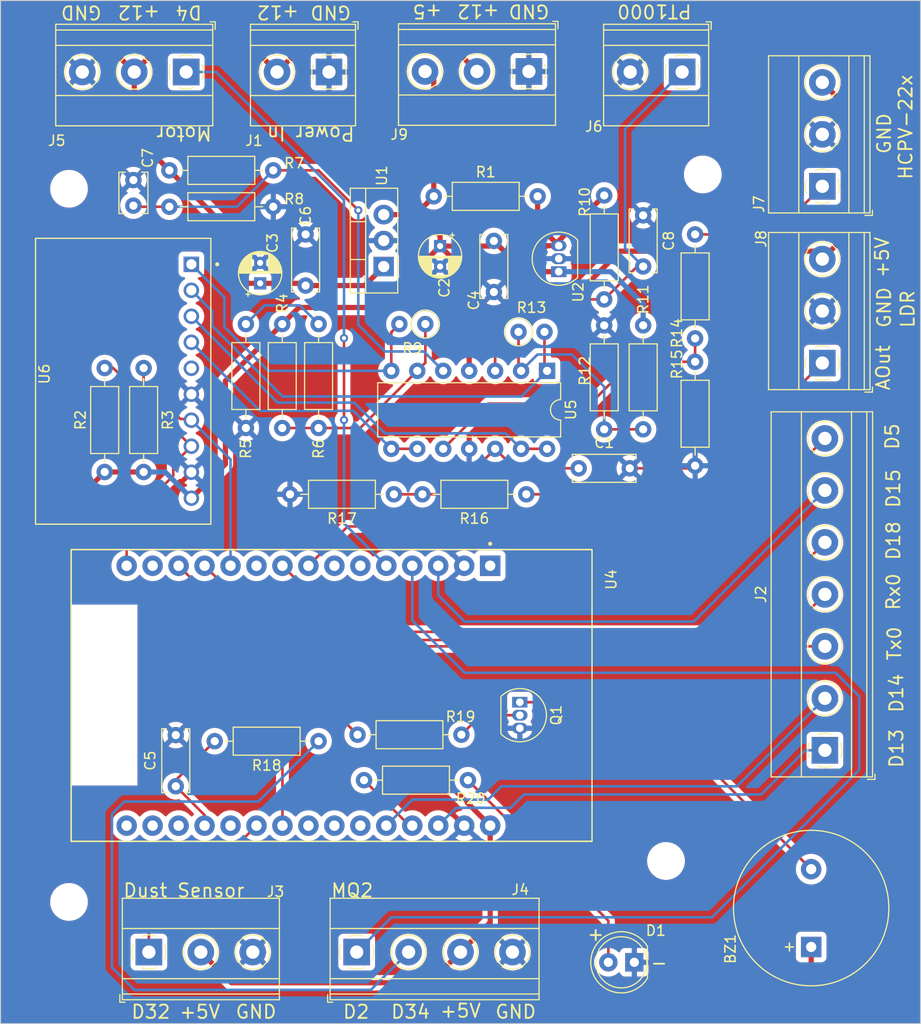
<source format=kicad_pcb>
(kicad_pcb (version 20221018) (generator pcbnew)
  (layers (0 "F.Cu" signal) (31 "B.Cu" signal) (34 "B.Paste" user) (35 "F.Paste" user) (36 "B.SilkS" user "B.Silkscreen") (37 "F.SilkS" user "F.Silkscreen") (38 "B.Mask" user) (39 "F.Mask" user) (44 "Edge.Cuts" user))
  (net 0 "")
  (net 1 "+5V")
  (net 2 "GND")
  (net 3 "+12V")
  (net 4 "D34")
  (net 5 "TX0")
  (net 6 "RX0")
  (net 7 "D18")
  (net 8 "D15")
  (net 9 "D14")
  (net 10 "D13")
  (net 11 "D5")
  (net 12 "D32")
  (net 13 "D2")
  (net 14 "Net-(J4-Pin_2)")
  (net 15 "D4")
  (net 16 "Net-(J7-Pin_1)")
  (net 17 "+2V5")
  (net 18 "SCL")
  (net 19 "SDA")
  (net 20 "Net-(U5A--)")
  (net 21 "Net-(R5-Pad2)")
  (net 22 "Battery_level")
  (net 23 "Net-(U5B--)")
  (net 24 "PT1000")
  (net 25 "Net-(U5C-+)")
  (net 26 "Net-(U5D-+)")
  (net 32 "Net-(BZ1-+)")
  (net 36 "Net-(D1-A)")
  (net 41 "HCPV")
  (net 42 "LDR")
  (net 44 "Net-(U5B-+)")
  (net 45 "Net-(J6-Pin_1)")
  (net 46 "Net-(J8-Pin_1)")
  (net 47 "Net-(Q1-B)")
  (net 48 "D33")
  (net 49 "D12")
  (footprint "Resistor_THT:R_Axial_DIN0207_L6.3mm_D2.5mm_P10.16mm_Horizontal" (layer "F.Cu") (at 28.585 28.665)
    (fp_text reference "R7")
    (fp_text value "240k")
  )
  (footprint "TerminalBlock_Phoenix:TerminalBlock_Phoenix_MKDS-1,5-3-5.08_1x03_P5.08mm_Horizontal" (layer "F.Cu") (at 92.456 47.498 90)
    (fp_text reference "J8")
    (fp_text value "LDR")
  )
  (footprint "Package_TO_SOT_THT:TO-220-3_Vertical" (layer "F.Cu") (at 49.551 38.07 90)
    (fp_text reference "U1")
    (fp_text value "LM7805_TO220")
  )
  (footprint "Resistor_THT:R_Axial_DIN0207_L6.3mm_D2.5mm_P10.16mm_Horizontal" (layer "F.Cu") (at 80.01 47.371 -90)
    (fp_text reference "R15")
    (fp_text value "1.5k")
  )
  (footprint "Capacitor_THT:CP_Radial_D4.0mm_P2.00mm" (layer "F.Cu") (at 37.465 39.7076 90)
    (fp_text reference "C3")
    (fp_text value "10uF")
  )
  (footprint "Resistor_THT:R_Axial_DIN0207_L6.3mm_D2.5mm_P10.16mm_Horizontal" (layer "F.Cu") (at 39.624 43.688 -90)
    (fp_text reference "R4")
    (fp_text value "120k")
  )
  (footprint "Resistor_THT:R_Axial_DIN0207_L6.3mm_D2.5mm_P10.16mm_Horizontal" (layer "F.Cu") (at 47.625 88.265)
    (fp_text reference "R20")
    (fp_text value "330")
  )
  (footprint "TerminalBlock_Phoenix:TerminalBlock_Phoenix_MKDS-1,5-4-5.08_1x04_P5.08mm_Horizontal" (layer "F.Cu") (at 46.905 105.065)
    (fp_text reference "J4")
    (fp_text value "Screw_Terminal_01x04")
  )
  (footprint "TerminalBlock_Phoenix:TerminalBlock_Phoenix_MKDS-1,5-3-5.08_1x03_P5.08mm_Horizontal" (layer "F.Cu") (at 63.754 18.999 180)
    (fp_text reference "J9")
    (fp_text value "Screw_Terminal_01x03")
  )
  (footprint "Resistor_THT:R_Axial_DIN0207_L6.3mm_D2.5mm_P10.16mm_Horizontal" (layer "F.Cu") (at 50.546 60.325 180)
    (fp_text reference "R17")
    (fp_text value "18k")
  )
  (footprint "Resistor_THT:R_Axial_DIN0207_L6.3mm_D2.5mm_P10.16mm_Horizontal" (layer "F.Cu") (at 63.5 60.325 180)
    (fp_text reference "R16")
    (fp_text value "27k")
  )
  (footprint "Resistor_THT:R_Axial_DIN0207_L6.3mm_D2.5mm_P10.16mm_Horizontal" (layer "F.Cu") (at 43.18 84.455 180)
    (fp_text reference "R18")
    (fp_text value "1k")
  )
  (footprint "Resistor_THT:R_Axial_DIN0207_L6.3mm_D2.5mm_P2.54mm_Vertical" (layer "F.Cu") (at 62.738 44.45)
    (fp_text reference "R13")
    (fp_text value "68k")
  )
  (footprint "Resistor_THT:R_Axial_DIN0207_L6.3mm_D2.5mm_P10.16mm_Horizontal" (layer "F.Cu") (at 22.255 58.145 90)
    (fp_text reference "R2")
    (fp_text value "4.7k")
  )
  (footprint "Resistor_THT:R_Axial_DIN0207_L6.3mm_D2.5mm_P10.16mm_Horizontal" (layer "F.Cu") (at 43.18 43.688 -90)
    (fp_text reference "R6")
    (fp_text value "100")
  )
  (footprint "Resistor_THT:R_Axial_DIN0207_L6.3mm_D2.5mm_P10.16mm_Horizontal" (layer "F.Cu") (at 71.12 31.115 -90)
    (fp_text reference "R10")
    (fp_text value "47k")
  )
  (footprint "Resistor_THT:R_Axial_DIN0207_L6.3mm_D2.5mm_P10.16mm_Horizontal" (layer "F.Cu") (at 26.065 47.985 -90)
    (fp_text reference "R3")
    (fp_text value "4.7k")
  )
  (footprint "TerminalBlock_Phoenix:TerminalBlock_Phoenix_MKDS-1,5-3-5.08_1x03_P5.08mm_Horizontal" (layer "F.Cu") (at 26.58 105.065)
    (fp_text reference "J3")
    (fp_text value "Screw_Terminal_01x03")
  )
  (footprint "MountingHole:MountingHole_3.2mm_M3" (layer "F.Cu") (at 80.765 29.065)
    (fp_text reference "H1" hide)
    (fp_text value "MountingHole")
  )
  (footprint "LED_THT:LED_D5.0mm" (layer "F.Cu") (at 74.065 106.065 180)
    (fp_text reference "D1")
    (fp_text value "LED")
  )
  (footprint "Capacitor_THT:CP_Radial_D4.0mm_P2.00mm" (layer "F.Cu") (at 55.065 36.065 -90)
    (fp_text reference "C2")
    (fp_text value "10uF")
  )
  (footprint "Capacitor_THT:C_Disc_D6.0mm_W2.5mm_P5.00mm" (layer "F.Cu") (at 60.325 35.56 -90)
    (fp_text reference "C4")
    (fp_text value "0.1uF")
  )
  (footprint "Package_TO_SOT_THT:TO-92_Inline" (layer "F.Cu") (at 66.675 38.568 90)
    (fp_text reference "U2")
    (fp_text value "TL431LP")
  )
  (footprint "TerminalBlock_Phoenix:TerminalBlock_Phoenix_MKDS-1,5-3-5.08_1x03_P5.08mm_Horizontal" (layer "F.Cu") (at 30.226 19.05 180)
    (fp_text reference "J5")
    (fp_text value "Actuator")
  )
  (footprint "ADS1115:ADS1115_module" (layer "F.Cu") (at 24.0665 49.276 90)
    (fp_text reference "U6")
    (fp_text value "1085")
  )
  (footprint "Capacitor_THT:C_Disc_D3.8mm_W2.6mm_P2.50mm" (layer "F.Cu") (at 25.065 32.115 90)
    (fp_text reference "C7")
    (fp_text value "10nF")
  )
  (footprint "MountingHole:MountingHole_3.2mm_M3" (layer "F.Cu") (at 18.765 100.165)
    (fp_text reference "H4" hide)
    (fp_text value "MountingHole")
  )
  (footprint "TerminalBlock_Phoenix:TerminalBlock_Phoenix_MKDS-1,5-7-5.08_1x07_P5.08mm_Horizontal" (layer "F.Cu") (at 92.71 85.344 90)
    (fp_text reference "J2")
    (fp_text value "Screw_Terminal_01x07")
  )
  (footprint "Package_TO_SOT_THT:TO-92_Inline" (layer "F.Cu") (at 62.865 80.645 -90)
    (fp_text reference "Q1")
    (fp_text value "BC547")
  )
  (footprint "Capacitor_THT:C_Disc_D6.0mm_W2.5mm_P5.00mm" (layer "F.Cu") (at 29.21 88.86 90)
    (fp_text reference "C5")
    (fp_text value "0.1uF")
  )
  (footprint "Resistor_THT:R_Axial_DIN0207_L6.3mm_D2.5mm_P10.16mm_Horizontal" (layer "F.Cu") (at 28.585 32.221)
    (fp_text reference "R8")
    (fp_text value "1k")
  )
  (footprint "TerminalBlock_Phoenix:TerminalBlock_Phoenix_MKDS-1,5-2-5.08_1x02_P5.08mm_Horizontal" (layer "F.Cu") (at 44.196 19.05 180)
    (fp_text reference "J1")
    (fp_text value "Power In")
  )
  (footprint "Resistor_THT:R_Axial_DIN0207_L6.3mm_D2.5mm_P10.16mm_Horizontal" (layer "F.Cu") (at 74.93 43.815 -90)
    (fp_text reference "R11")
    (fp_text value "68k")
  )
  (footprint "MountingHole:MountingHole_3.2mm_M3" (layer "F.Cu") (at 77.165 96.165)
    (fp_text reference "H2" hide)
    (fp_text value "MountingHole")
  )
  (footprint "TerminalBlock_Phoenix:TerminalBlock_Phoenix_MKDS-1,5-3-5.08_1x03_P5.08mm_Horizontal" (layer "F.Cu") (at 92.456 30.226 90)
    (fp_text reference "J7")
    (fp_text value "HCPV 22x")
  )
  (footprint "Capacitor_THT:C_Disc_D6.0mm_W2.5mm_P5.00mm" (layer "F.Cu") (at 74.93 33.06 -90)
    (fp_text reference "C8")
    (fp_text value "0.1uF")
  )
  (footprint "TerminalBlock_Phoenix:TerminalBlock_Phoenix_MKDS-1,5-2-5.08_1x02_P5.08mm_Horizontal" (layer "F.Cu") (at 78.74 19.05 180)
    (fp_text reference "J6")
    (fp_text value "PT1000")
  )
  (footprint "Resistor_THT:R_Axial_DIN0207_L6.3mm_D2.5mm_P2.54mm_Vertical" (layer "F.Cu") (at 53.623 43.688 180)
    (fp_text reference "R9")
    (fp_text value "270k")
  )
  (footprint "Resistor_THT:R_Axial_DIN0207_L6.3mm_D2.5mm_P10.16mm_Horizontal" (layer "F.Cu") (at 36.068 53.848 90)
    (fp_text reference "R5")
    (fp_text value "1k")
  )
  (footprint "ESP32:MODULE_ESP32_DEVKIT_V1" (layer "F.Cu") (at 44.45 80.01 -90)
    (fp_text reference "U4")
    (fp_text value "ESP32-DEVKIT-V1")
  )
  (footprint "Resistor_THT:R_Axial_DIN0207_L6.3mm_D2.5mm_P10.16mm_Horizontal" (layer "F.Cu") (at 71.12 43.815 -90)
    (fp_text reference "R12")
    (fp_text value "1.2k")
  )
  (footprint "Resistor_THT:R_Axial_DIN0207_L6.3mm_D2.5mm_P10.16mm_Horizontal" (layer "F.Cu") (at 54.448 31.202)
    (fp_text reference "R1")
    (fp_text value "1.2k")
  )
  (footprint "Resistor_THT:R_Axial_DIN0207_L6.3mm_D2.5mm_P10.16mm_Horizontal" (layer "F.Cu") (at 57.15 83.82 180)
    (fp_text reference "R19")
    (fp_text value "1.2k")
  )
  (footprint "Capacitor_THT:C_Disc_D6.0mm_W2.5mm_P5.00mm" (layer "F.Cu") (at 41.91 39.925 90)
    (fp_text reference "C6")
    (fp_text value "0.1uF")
  )
  (footprint "Package_DIP:DIP-14_W7.62mm" (layer "F.Cu") (at 65.532 48.26 -90)
    (fp_text reference "U5")
    (fp_text value "LM324")
  )
  (footprint "Buzzer_Beeper:Buzzer_15x7.5RM7.6" (layer "F.Cu") (at 91.365 104.565 90)
    (fp_text reference "BZ1")
    (fp_text value "Buzzer")
  )
  (footprint "Capacitor_THT:C_Disc_D6.0mm_W2.5mm_P5.00mm" (layer "F.Cu") (at 68.62 57.785)
    (fp_text reference "C1")
    (fp_text value "0.1u")
  )
  (footprint "Resistor_THT:R_Axial_DIN0207_L6.3mm_D2.5mm_P10.16mm_Horizontal" (layer "F.Cu") (at 80.01 34.925 -90)
    (fp_text reference "R14")
    (fp_text value "1.2k")
  )
  (footprint "MountingHole:MountingHole_3.2mm_M3" (layer "F.Cu") (at 18.765 30.465)
    (fp_text reference "H3" hide)
    (fp_text value "MountingHole")
  )
  (gr_rect (start 12.065 12.065) (end 102.065 112.065) (stroke (width 0.1)) (fill none) (layer "Edge.Cuts"))
  (gr_text "GND" (at 46.465 12.465 180) (layer "F.SilkS") (effects (font (size 1.3 1.3) (thickness 0.18)) (justify left bottom)))
  (gr_text "-" (at 75.565 106.865) (layer "F.SilkS") (effects (font (size 1.3 1.3) (thickness 0.18)) (justify left bottom)))
  (gr_text "+12" (at 27.765 12.465 180) (layer "F.SilkS") (effects (font (size 1.3 1.3) (thickness 0.18)) (justify left bottom)))
  (gr_text "D32" (at 24.765 111.665) (layer "F.SilkS") (effects (font (size 1.3 1.3) (thickness 0.18)) (justify left bottom)))
  (gr_text "Power In" (at 46.796 24.311 180) (layer "F.SilkS") (effects (font (size 1.3 1.3) (thickness 0.18)) (justify left bottom)))
  (gr_text "D13" (at 100.465 87.165 90) (layer "F.SilkS") (effects (font (size 1.3 1.3) (thickness 0.18)) (justify left bottom)))
  (gr_text "GND" (at 99.265 44.165 90) (layer "F.SilkS") (effects (font (size 1.3 1.3) (thickness 0.18)) (justify left bottom)))
  (gr_text "+12" (at 60.965 12.365 180) (layer "F.SilkS") (effects (font (size 1.3 1.3) (thickness 0.18)) (justify left bottom)))
  (gr_text "MQ2" (at 44.305 99.804) (layer "F.SilkS") (effects (font (size 1.3 1.3) (thickness 0.18)) (justify left bottom)))
  (gr_text "AOut" (at 99.165 50.265 90) (layer "F.SilkS") (effects (font (size 1.3 1.3) (thickness 0.18)) (justify left bottom)))
  (gr_text "D15" (at 100.165 61.765 90) (layer "F.SilkS") (effects (font (size 1.3 1.3) (thickness 0.18)) (justify left bottom)))
  (gr_text "HCPV-22x" (at 101.365 29.665 90) (layer "F.SilkS") (effects (font (size 1.3 1.3) (thickness 0.18)) (justify left bottom)))
  (gr_text "+5V" (at 54.965 111.565) (layer "F.SilkS") (effects (font (size 1.3 1.3) (thickness 0.18)) (justify left bottom)))
  (gr_text "+5V" (at 29.465 111.665) (layer "F.SilkS") (effects (font (size 1.3 1.3) (thickness 0.18)) (justify left bottom)))
  (gr_text "Dust Sensor" (at 23.98 99.804) (layer "F.SilkS") (effects (font (size 1.3 1.3) (thickness 0.18)) (justify left bottom)))
  (gr_text "Rx0" (at 100.165 71.765 90) (layer "F.SilkS") (effects (font (size 1.3 1.3) (thickness 0.18)) (justify left bottom)))
  (gr_text "PT1000" (at 79.765 12.365 180) (layer "F.SilkS") (effects (font (size 1.3 1.3) (thickness 0.18)) (justify left bottom)))
  (gr_text "+5" (at 55.365 12.365 180) (layer "F.SilkS") (effects (font (size 1.3 1.3) (thickness 0.18)) (justify left bottom)))
  (gr_text "+" (at 69.365 104.065) (layer "F.SilkS") (effects (font (size 1.3 1.3) (thickness 0.18)) (justify left bottom)))
  (gr_text "D14" (at 100.465 81.765 90) (layer "F.SilkS") (effects (font (size 1.3 1.3) (thickness 0.18)) (justify left bottom)))
  (gr_text "LDR" (at 101.565 44.165 90) (layer "F.SilkS") (effects (font (size 1.3 1.3) (thickness 0.18)) (justify left bottom)))
  (gr_text "D2" (at 45.465 111.665) (layer "F.SilkS") (effects (font (size 1.3 1.3) (thickness 0.18)) (justify left bottom)))
  (gr_text "GND" (at 65.865 12.365 180) (layer "F.SilkS") (effects (font (size 1.3 1.3) (thickness 0.18)) (justify left bottom)))
  (gr_text "GND" (at 60.365 111.665) (layer "F.SilkS") (effects (font (size 1.3 1.3) (thickness 0.18)) (justify left bottom)))
  (gr_text "+12" (at 41.365 12.465 180) (layer "F.SilkS") (effects (font (size 1.3 1.3) (thickness 0.18)) (justify left bottom)))
  (gr_text "D5" (at 100.065 56.065 90) (layer "F.SilkS") (effects (font (size 1.3 1.3) (thickness 0.18)) (justify left bottom)))
  (gr_text "GND" (at 99.265 27.165 90) (layer "F.SilkS") (effects (font (size 1.3 1.3) (thickness 0.18)) (justify left bottom)))
  (gr_text "GND" (at 22.065 12.465 180) (layer "F.SilkS") (effects (font (size 1.3 1.3) (thickness 0.18)) (justify left bottom)))
  (gr_text "Tx0" (at 100.265 76.665 90) (layer "F.SilkS") (effects (font (size 1.3 1.3) (thickness 0.18)) (justify left bottom)))
  (gr_text "Motor" (at 32.826 24.311 180) (layer "F.SilkS") (effects (font (size 1.3 1.3) (thickness 0.18)) (justify left bottom)))
  (gr_text "D18" (at 100.165 66.865 90) (layer "F.SilkS") (effects (font (size 1.3 1.3) (thickness 0.18)) (justify left bottom)))
  (gr_text "D34" (at 50.165 111.665) (layer "F.SilkS") (effects (font (size 1.3 1.3) (thickness 0.18)) (justify left bottom)))
  (gr_text "D4" (at 31.865 12.465 180) (layer "F.SilkS") (effects (font (size 1.3 1.3) (thickness 0.18)) (justify left bottom)))
  (gr_text "+5V" (at 99.065 39.265 90) (layer "F.SilkS") (effects (font (size 1.3 1.3) (thickness 0.18)) (justify left bottom)))
  (gr_text "GND" (at 34.965 111.665) (layer "F.SilkS") (effects (font (size 1.3 1.3) (thickness 0.18)) (justify left bottom)))
  (segment (start 91.683 36.565) (end 92.456 37.338) (width 0.508) (layer "F.Cu") (net 1))
  (segment (start 59.965 92.71) (end 46.82 79.565) (width 0.508) (layer "F.Cu") (net 1))
  (segment (start 36.665 79.565) (end 27.165 70.065) (width 0.508) (layer "F.Cu") (net 1))
  (segment (start 27.165 70.065) (end 17.065 70.065) (width 0.508) (layer "F.Cu") (net 1))
  (segment (start 16.065 64.335) (end 22.255 58.145) (width 0.508) (layer "F.Cu") (net 1))
  (segment (start 52.99 32.99) (end 52.065 32.99) (width 0.508) (layer "F.Cu") (net 1))
  (segment (start 72.665 36.565) (end 91.683 36.565) (width 0.508) (layer "F.Cu") (net 1))
  (segment (start 52.66 32.99) (end 52.065 32.99) (width 0.508) (layer "F.Cu") (net 1))
  (segment (start 57.912 38.912) (end 57.912 48.26) (width 0.508) (layer "F.Cu") (net 1))
  (segment (start 39.624 43.688) (end 41.247 42.065) (width 0.508) (layer "F.Cu") (net 1))
  (segment (start 34.065 57.375) (end 34.065 49.247) (width 0.508) (layer "F.Cu") (net 1))
  (segment (start 16.065 69.065) (end 16.065 64.335) (width 0.508) (layer "F.Cu") (net 1))
  (segment (start 30.734 60.706) (end 34.065 57.375) (width 0.508) (layer "F.Cu") (net 1))
  (segment (start 41.247 42.065) (end 49.065 42.065) (width 0.508) (layer "F.Cu") (net 1))
  (segment (start 68.865 40.365) (end 72.665 36.565) (width 0.508) (layer "F.Cu") (net 1))
  (segment (start 46.82 79.565) (end 36.665 79.565) (width 0.508) (layer "F.Cu") (net 1))
  (segment (start 95.765 23.365) (end 95.755 23.365) (width 0.508) (layer "F.Cu") (net 1))
  (segment (start 52.065 32.99) (end 49.551 32.99) (width 0.508) (layer "F.Cu") (net 1))
  (segment (start 65.13 40.365) (end 68.865 40.365) (width 0.508) (layer "F.Cu") (net 1))
  (segment (start 59.965 102.165) (end 57.065 105.065) (width 0.508) (layer "F.Cu") (net 1))
  (segment (start 54.448 19.853) (end 53.594 18.999) (width 0.508) (layer "F.Cu") (net 1))
  (segment (start 55.065 36.065) (end 55.065 35.065) (width 0.508) (layer "F.Cu") (net 1))
  (segment (start 31.66 105.065) (end 34.66 108.065) (width 0.508) (layer "F.Cu") (net 1))
  (segment (start 34.065 49.247) (end 39.624 43.688) (width 0.508) (layer "F.Cu") (net 1))
  (segment (start 54.065 108.065) (end 57.065 105.065) (width 0.508) (layer "F.Cu") (net 1))
  (segment (start 59.82 36.065) (end 60.325 35.56) (width 0.508) (layer "F.Cu") (net 1))
  (segment (start 54.448 31.202) (end 54.448 19.853) (width 0.508) (layer "F.Cu") (net 1))
  (segment (start 49.065 42.065) (end 55.065 36.065) (width 0.508) (layer "F.Cu") (net 1))
  (segment (start 54.448 31.202) (end 52.66 32.99) (width 0.508) (layer "F.Cu") (net 1))
  (segment (start 17.065 70.065) (end 16.065 69.065) (width 0.508) (layer "F.Cu") (net 1))
  (segment (start 34.66 108.065) (end 54.065 108.065) (width 0.508) (layer "F.Cu") (net 1))
  (segment (start 55.065 36.065) (end 57.912 38.912) (width 0.508) (layer "F.Cu") (net 1))
  (segment (start 59.965 92.71) (end 59.965 102.165) (width 0.508) (layer "F.Cu") (net 1))
  (segment (start 60.325 35.56) (end 65.13 40.365) (width 0.508) (layer "F.Cu") (net 1))
  (segment (start 95.765 34.029) (end 95.765 23.365) (width 0.508) (layer "F.Cu") (net 1))
  (segment (start 95.755 23.365) (end 92.456 20.066) (width 0.508) (layer "F.Cu") (net 1))
  (segment (start 92.456 37.338) (end 95.765 34.029) (width 0.508) (layer "F.Cu") (net 1))
  (segment (start 55.065 36.065) (end 59.82 36.065) (width 0.508) (layer "F.Cu") (net 1))
  (segment (start 55.065 35.065) (end 52.99 32.99) (width 0.508) (layer "F.Cu") (net 1))
  (segment (start 22.255 58.145) (end 26.065 58.145) (width 0.508) (layer "F.Cu") (net 1))
  (segment (start 28.173 58.145) (end 30.734 60.706) (width 0.508) (layer "B.Cu") (net 1))
  (segment (start 26.065 58.145) (end 28.173 58.145) (width 0.508) (layer "B.Cu") (net 1))
  (segment (start 79.756 57.785) (end 80.01 57.531) (width 0.254) (layer "F.Cu") (net 2))
  (segment (start 73.62 57.785) (end 79.756 57.785) (width 0.254) (layer "F.Cu") (net 2))
  (segment (start 32.585 32.685) (end 33.265 33.365) (width 0.508) (layer "F.Cu") (net 3))
  (segment (start 14.08 19.05) (end 17.365 15.765) (width 0.508) (layer "F.Cu") (net 3))
  (segment (start 18.265 110.165) (end 14.065 105.965) (width 0.508) (layer "F.Cu") (net 3))
  (segment (start 37.465 39.7076) (end 36.3076 39.7076) (width 0.508) (layer "F.Cu") (net 3))
  (segment (start 91.365 106.265) (end 87.465 110.165) (width 0.508) (layer "F.Cu") (net 3))
  (segment (start 33.265 36.665) (end 33.265 33.365) (width 0.508) (layer "F.Cu") (net 3))
  (segment (start 39.116 19.05) (end 42.301 15.865) (width 0.508) (layer "F.Cu") (net 3))
  (segment (start 37.465 39.7076) (end 41.6926 39.7076) (width 0.508) (layer "F.Cu") (net 3))
  (segment (start 14.065 19.05) (end 14.08 19.05) (width 0.508) (layer "F.Cu") (net 3))
  (segment (start 17.365 15.765) (end 21.861 15.765) (width 0.508) (layer "F.Cu") (net 3))
  (segment (start 28.585 28.665) (end 25.146 25.226) (width 0.508) (layer "F.Cu") (net 3))
  (segment (start 47.696 39.925) (end 49.551 38.07) (width 0.508) (layer "F.Cu") (net 3))
  (segment (start 41.6926 39.7076) (end 41.91 39.925) (width 0.508) (layer "F.Cu") (net 3))
  (segment (start 87.465 110.165) (end 18.265 110.165) (width 0.508) (layer "F.Cu") (net 3))
  (segment (start 32.585 32.665) (end 28.585 28.665) (width 0.508) (layer "F.Cu") (net 3))
  (segment (start 39.116 19.05) (end 35.131 15.065) (width 0.508) (layer "F.Cu") (net 3))
  (segment (start 55.54 15.865) (end 58.674 18.999) (width 0.508) (layer "F.Cu") (net 3))
  (segment (start 36.3076 39.7076) (end 33.265 36.665) (width 0.508) (layer "F.Cu") (net 3))
  (segment (start 25.146 19.05) (end 25.146 24.465) (width 0.508) (layer "F.Cu") (net 3))
  (segment (start 91.365 104.565) (end 91.365 106.265) (width 0.508) (layer "F.Cu") (net 3))
  (segment (start 29.131 15.065) (end 25.146 19.05) (width 0.508) (layer "F.Cu") (net 3))
  (segment (start 14.065 105.965) (end 14.065 19.05) (width 0.508) (layer "F.Cu") (net 3))
  (segment (start 35.131 15.065) (end 29.131 15.065) (width 0.508) (layer "F.Cu") (net 3))
  (segment (start 25.146 25.226) (end 25.146 24.465) (width 0.508) (layer "F.Cu") (net 3))
  (segment (start 21.861 15.765) (end 25.146 19.05) (width 0.508) (layer "F.Cu") (net 3))
  (segment (start 32.585 32.665) (end 32.585 32.685) (width 0.508) (layer "F.Cu") (net 3))
  (segment (start 42.301 15.865) (end 55.54 15.865) (width 0.508) (layer "F.Cu") (net 3))
  (segment (start 41.91 39.925) (end 47.696 39.925) (width 0.508) (layer "F.Cu") (net 3))
  (segment (start 29.21 88.265) (end 29.21 88.86) (width 0.254) (layer "F.Cu") (net 4))
  (segment (start 32.025 91.675) (end 32.025 92.71) (width 0.254) (layer "F.Cu") (net 4))
  (segment (start 33.02 84.455) (end 29.21 88.265) (width 0.254) (layer "F.Cu") (net 4))
  (segment (start 29.21 88.86) (end 32.025 91.675) (width 0.254) (layer "F.Cu") (net 4))
  (segment (start 92.71 75.184) (end 37.359 75.184) (width 0.254) (layer "F.Cu") (net 5))
  (segment (start 37.359 75.184) (end 29.485 67.31) (width 0.254) (layer "F.Cu") (net 5))
  (segment (start 39.28 74.565) (end 32.025 67.31) (width 0.254) (layer "F.Cu") (net 6))
  (segment (start 92.71 70.104) (end 88.249 74.565) (width 0.254) (layer "F.Cu") (net 6))
  (segment (start 88.249 74.565) (end 39.28 74.565) (width 0.254) (layer "F.Cu") (net 6))
  (segment (start 46.1 73.765) (end 39.645 67.31) (width 0.254) (layer "F.Cu") (net 7))
  (segment (start 92.71 65.024) (end 83.969 73.765) (width 0.254) (layer "F.Cu") (net 7))
  (segment (start 83.969 73.765) (end 46.1 73.765) (width 0.254) (layer "F.Cu") (net 7))
  (segment (start 92.71 59.944) (end 79.889 72.765) (width 0.254) (layer "B.Cu") (net 8))
  (segment (start 57.465 72.765) (end 54.885 70.185) (width 0.254) (layer "B.Cu") (net 8))
  (segment (start 79.889 72.765) (end 57.465 72.765) (width 0.254) (layer "B.Cu") (net 8))
  (segment (start 54.885 70.185) (end 54.885 67.31) (width 0.254) (layer "B.Cu") (net 8))
  (segment (start 61.065 88.865) (end 84.109 88.865) (width 0.254) (layer "B.Cu") (net 9))
  (segment (start 84.109 88.865) (end 84.337 88.637) (width 0.254) (layer "B.Cu") (net 9))
  (segment (start 52.35 90.165) (end 49.805 92.71) (width 0.254) (layer "B.Cu") (net 9))
  (segment (start 59.765 90.165) (end 61.065 88.865) (width 0.254) (layer "B.Cu") (net 9))
  (segment (start 52.35 90.165) (end 59.765 90.165) (width 0.254) (layer "B.Cu") (net 9))
  (segment (start 92.71 80.264) (end 84.337 88.637) (width 0.254) (layer "B.Cu") (net 9))
  (segment (start 56.63 90.965) (end 61.965 90.965) (width 0.254) (layer "B.Cu") (net 10))
  (segment (start 61.965 90.965) (end 63.265 89.665) (width 0.254) (layer "B.Cu") (net 10))
  (segment (start 90.786 85.344) (end 86.465 89.665) (width 0.254) (layer "B.Cu") (net 10))
  (segment (start 63.265 89.665) (end 86.465 89.665) (width 0.254) (layer "B.Cu") (net 10))
  (segment (start 54.885 92.71) (end 56.63 90.965) (width 0.254) (layer "B.Cu") (net 10))
  (segment (start 92.71 85.344) (end 90.786 85.344) (width 0.254) (layer "B.Cu") (net 10))
  (segment (start 84.109 63.465) (end 46.03 63.465) (width 0.254) (layer "F.Cu") (net 11))
  (segment (start 92.71 54.864) (end 84.109 63.465) (width 0.254) (layer "F.Cu") (net 11))
  (segment (start 46.03 63.465) (end 42.185 67.31) (width 0.254) (layer "F.Cu") (net 11))
  (segment (start 26.58 105.065) (end 26.58 103.235) (width 0.254) (layer "F.Cu") (net 12))
  (segment (start 26.58 103.235) (end 37.105 92.71) (width 0.254) (layer "F.Cu") (net 12))
  (segment (start 93.765 77.765) (end 57.465 77.765) (width 0.254) (layer "B.Cu") (net 13))
  (segment (start 96.065 80.065) (end 93.765 77.765) (width 0.254) (layer "B.Cu") (net 13))
  (segment (start 46.905 105.065) (end 50.305 101.665) (width 0.254) (layer "B.Cu") (net 13))
  (segment (start 52.345 72.645) (end 52.345 67.31) (width 0.254) (layer "B.Cu") (net 13))
  (segment (start 57.465 77.765) (end 52.345 72.645) (width 0.254) (layer "B.Cu") (net 13))
  (segment (start 81.665 101.665) (end 96.065 87.265) (width 0.254) (layer "B.Cu") (net 13))
  (segment (start 96.065 87.265) (end 96.065 80.065) (width 0.254) (layer "B.Cu") (net 13))
  (segment (start 50.305 101.665) (end 81.665 101.665) (width 0.254) (layer "B.Cu") (net 13))
  (segment (start 51.985 105.065) (end 48.285 108.765) (width 0.254) (layer "B.Cu") (net 14))
  (segment (start 24.175864 90.359) (end 37.276 90.359) (width 0.254) (layer "B.Cu") (net 14))
  (segment (start 22.965 91.569864) (end 24.175864 90.359) (width 0.254) (layer "B.Cu") (net 14))
  (segment (start 48.285 108.765) (end 25.165 108.765) (width 0.254) (layer "B.Cu") (net 14))
  (segment (start 22.965 106.565) (end 22.965 91.569864) (width 0.254) (layer "B.Cu") (net 14))
  (segment (start 25.165 108.765) (end 22.965 106.565) (width 0.254) (layer "B.Cu") (net 14))
  (segment (start 37.276 90.359) (end 43.18 84.455) (width 0.254) (layer "B.Cu") (net 14))
  (segment (start 45.665 53.065) (end 45.665 45.065) (width 0.254) (layer "F.Cu") (net 15))
  (via (at 45.665 53.065) (size 0.8) (drill 0.4) (layers "F.Cu" "B.Cu") (net 15))
  (via (at 45.665 45.065) (size 0.8) (drill 0.4) (layers "F.Cu" "B.Cu") (net 15))
  (segment (start 45.665 45.065) (end 45.665 31.565) (width 0.254) (layer "B.Cu") (net 15))
  (segment (start 33.15 19.05) (end 30.226 19.05) (width 0.254) (layer "B.Cu") (net 15))
  (segment (start 49.805 67.31) (end 45.665 63.17) (width 0.254) (layer "B.Cu") (net 15))
  (segment (start 45.665 31.565) (end 33.15 19.05) (width 0.254) (layer "B.Cu") (net 15))
  (segment (start 45.665 63.17) (end 45.665 53.065) (width 0.254) (layer "B.Cu") (net 15))
  (segment (start 87.757 34.925) (end 92.456 30.226) (width 0.254) (layer "F.Cu") (net 16))
  (segment (start 80.01 34.925) (end 87.757 34.925) (width 0.254) (layer "F.Cu") (net 16))
  (segment (start 65.502 36.028) (end 66.675 36.028) (width 0.508) (layer "F.Cu") (net 17))
  (segment (start 64.608 33.961) (end 66.675 36.028) (width 0.508) (layer "F.Cu") (net 17))
  (segment (start 66.675 36.028) (end 66.675 35.56) (width 0.508) (layer "F.Cu") (net 17))
  (segment (start 66.675 35.56) (end 71.12 31.115) (width 0.508) (layer "F.Cu") (net 17))
  (segment (start 65.368 38.568) (end 64.965 38.165) (width 0.508) (layer "F.Cu") (net 17))
  (segment (start 64.965 38.165) (end 64.965 36.565) (width 0.508) (layer "F.Cu") (net 17))
  (segment (start 64.608 31.202) (end 64.608 33.961) (width 0.508) (layer "F.Cu") (net 17))
  (segment (start 64.965 36.565) (end 65.502 36.028) (width 0.508) (layer "F.Cu") (net 17))
  (segment (start 66.675 38.568) (end 65.368 38.568) (width 0.508) (layer "F.Cu") (net 17))
  (segment (start 74.93 41.73) (end 71.768 38.568) (width 0.508) (layer "B.Cu") (net 17))
  (segment (start 71.768 38.568) (end 66.675 38.568) (width 0.508) (layer "B.Cu") (net 17))
  (segment (start 74.93 43.815) (end 74.93 41.73) (width 0.508) (layer "B.Cu") (net 17))
  (segment (start 28.965 58.515129) (end 28.965 57.395) (width 0.254) (layer "F.Cu") (net 18))
  (segment (start 28.965 57.395) (end 30.734 55.626) (width 0.254) (layer "F.Cu") (net 18))
  (segment (start 24.405 63.075129) (end 28.965 58.515129) (width 0.254) (layer "F.Cu") (net 18))
  (segment (start 24.405 67.31) (end 24.405 63.075129) (width 0.254) (layer "F.Cu") (net 18))
  (segment (start 23.093 47.985) (end 22.255 47.985) (width 0.254) (layer "F.Cu") (net 18))
  (segment (start 30.734 55.626) (end 23.093 47.985) (width 0.254) (layer "F.Cu") (net 18))
  (segment (start 29.665 52.965) (end 30.613 52.965) (width 0.254) (layer "F.Cu") (net 19))
  (segment (start 26.065 47.985) (end 26.065 49.365) (width 0.254) (layer "F.Cu") (net 19))
  (segment (start 30.613 52.965) (end 30.734 53.086) (width 0.254) (layer "F.Cu") (net 19))
  (segment (start 26.065 49.365) (end 29.665 52.965) (width 0.254) (layer "F.Cu") (net 19))
  (segment (start 34.565 67.31) (end 34.565 56.917) (width 0.254) (layer "B.Cu") (net 19))
  (segment (start 34.565 56.917) (end 30.734 53.086) (width 0.254) (layer "B.Cu") (net 19))
  (segment (start 62.738 48.006) (end 62.992 48.26) (width 0.254) (layer "F.Cu") (net 20))
  (segment (start 62.738 44.45) (end 62.738 48.006) (width 0.254) (layer "F.Cu") (net 20))
  (segment (start 74.93 53.975) (end 71.12 53.975) (width 0.254) (layer "F.Cu") (net 20))
  (segment (start 71.12 49.82) (end 71.12 53.975) (width 0.254) (layer "B.Cu") (net 20))
  (segment (start 64.587 46.665) (end 67.965 46.665) (width 0.254) (layer "B.Cu") (net 20))
  (segment (start 62.992 48.26) (end 64.587 46.665) (width 0.254) (layer "B.Cu") (net 20))
  (segment (start 67.965 46.665) (end 71.12 49.82) (width 0.254) (layer "B.Cu") (net 20))
  (segment (start 37.891 41.865) (end 41.357 41.865) (width 0.254) (layer "B.Cu") (net 21))
  (segment (start 36.068 43.688) (end 37.891 41.865) (width 0.254) (layer "B.Cu") (net 21))
  (segment (start 41.357 41.865) (end 43.18 43.688) (width 0.254) (layer "B.Cu") (net 21))
  (segment (start 50.292 48.26) (end 50.292 44.479) (width 0.254) (layer "F.Cu") (net 22))
  (segment (start 50.292 44.479) (end 51.083 43.688) (width 0.254) (layer "F.Cu") (net 22))
  (segment (start 38.26 48.26) (end 50.292 48.26) (width 0.254) (layer "B.Cu") (net 22))
  (segment (start 30.734 37.846) (end 33.965 41.077) (width 0.254) (layer "B.Cu") (net 22))
  (segment (start 33.965 41.077) (end 33.965 43.965) (width 0.254) (layer "B.Cu") (net 22))
  (segment (start 33.965 43.965) (end 38.26 48.26) (width 0.254) (layer "B.Cu") (net 22))
  (segment (start 39.624 53.848) (end 43.18 53.848) (width 0.254) (layer "F.Cu") (net 23))
  (segment (start 53.623 47.469) (end 52.832 48.26) (width 0.254) (layer "F.Cu") (net 23))
  (segment (start 47.244 53.848) (end 52.832 48.26) (width 0.254) (layer "F.Cu") (net 23))
  (segment (start 43.18 53.848) (end 47.244 53.848) (width 0.254) (layer "F.Cu") (net 23))
  (segment (start 53.623 43.688) (end 53.623 47.469) (width 0.254) (layer "F.Cu") (net 23))
  (segment (start 65.278 48.006) (end 65.532 48.26) (width 0.254) (layer "F.Cu") (net 24))
  (segment (start 65.278 44.45) (end 65.278 48.006) (width 0.254) (layer "F.Cu") (net 24))
  (segment (start 32.765 43.865) (end 32.765 42.417) (width 0.254) (layer "B.Cu") (net 24))
  (segment (start 32.765 42.417) (end 30.734 40.386) (width 0.254) (layer "B.Cu") (net 24))
  (segment (start 39.665 50.765) (end 32.765 43.865) (width 0.254) (layer "B.Cu") (net 24))
  (segment (start 65.532 48.26) (end 63.027 50.765) (width 0.254) (layer "B.Cu") (net 24))
  (segment (start 63.027 50.765) (end 39.665 50.765) (width 0.254) (layer "B.Cu") (net 24))
  (segment (start 59.787 51.465) (end 69.765 51.465) (width 0.254) (layer "F.Cu") (net 25))
  (segment (start 55.372 55.88) (end 59.787 51.465) (width 0.254) (layer "F.Cu") (net 25))
  (segment (start 80.01 45.085) (end 80.01 47.371) (width 0.254) (layer "F.Cu") (net 25))
  (segment (start 69.765 51.465) (end 73.859 47.371) (width 0.254) (layer "F.Cu") (net 25))
  (segment (start 73.859 47.371) (end 80.01 47.371) (width 0.254) (layer "F.Cu") (net 25))
  (segment (start 53.34 60.325) (end 56.007 60.325) (width 0.254) (layer "F.Cu") (net 26))
  (segment (start 62.357 57.785) (end 60.452 55.88) (width 0.254) (layer "F.Cu") (net 26))
  (segment (start 53.34 60.325) (end 50.546 60.325) (width 0.254) (layer "F.Cu") (net 26))
  (segment (start 68.62 57.785) (end 62.357 57.785) (width 0.254) (layer "F.Cu") (net 26))
  (segment (start 56.007 60.325) (end 60.452 55.88) (width 0.254) (layer "F.Cu") (net 26))
  (segment (start 75.045 80.645) (end 62.865 80.645) (width 0.254) (layer "F.Cu") (net 32))
  (segment (start 91.365 96.965) (end 75.045 80.645) (width 0.254) (layer "F.Cu") (net 32))
  (segment (start 71.525 102.005) (end 71.525 106.065) (width 0.254) (layer "F.Cu") (net 36))
  (segment (start 57.785 88.265) (end 71.525 102.005) (width 0.254) (layer "F.Cu") (net 36))
  (segment (start 52.832 55.88) (end 50.292 55.88) (width 0.254) (layer "F.Cu") (net 41))
  (segment (start 46.577 52.165) (end 37.433 52.165) (width 0.254) (layer "B.Cu") (net 41))
  (segment (start 37.433 52.165) (end 30.734 45.466) (width 0.254) (layer "B.Cu") (net 41))
  (segment (start 50.292 55.88) (end 46.577 52.165) (width 0.254) (layer "B.Cu") (net 41))
  (segment (start 65.532 55.88) (end 62.992 55.88) (width 0.254) (layer "F.Cu") (net 42))
  (segment (start 62.992 55.88) (end 61.477 54.365) (width 0.254) (layer "B.Cu") (net 42))
  (segment (start 46.665 51.365) (end 39.173 51.365) (width 0.254) (layer "B.Cu") (net 42))
  (segment (start 39.173 51.365) (end 30.734 42.926) (width 0.254) (layer "B.Cu") (net 42))
  (segment (start 61.477 54.365) (end 49.665 54.365) (width 0.254) (layer "B.Cu") (net 42))
  (segment (start 49.665 54.365) (end 46.665 51.365) (width 0.254) (layer "B.Cu") (net 42))
  (segment (start 25.171 32.221) (end 25.065 32.115) (width 0.254) (layer "F.Cu") (net 44))
  (segment (start 43.165 28.665) (end 38.745 28.665) (width 0.254) (layer "F.Cu") (net 44))
  (segment (start 28.585 32.221) (end 25.171 32.221) (width 0.254) (layer "F.Cu") (net 44))
  (segment (start 47.065 32.565) (end 43.165 28.665) (width 0.254) (layer "F.Cu") (net 44))
  (via (at 47.065 32.565) (size 0.8) (drill 0.4) (layers "F.Cu" "B.Cu") (net 44))
  (segment (start 47.065 43.765) (end 47.065 32.565) (width 0.254) (layer "B.Cu") (net 44))
  (segment (start 53.477 46.365) (end 49.665 46.365) (width 0.254) (layer "B.Cu") (net 44))
  (segment (start 35.189 32.221) (end 38.745 28.665) (width 0.254) (layer "B.Cu") (net 44))
  (segment (start 55.372 48.26) (end 53.477 46.365) (width 0.254) (layer "B.Cu") (net 44))
  (segment (start 28.585 32.221) (end 35.189 32.221) (width 0.254) (layer "B.Cu") (net 44))
  (segment (start 49.665 46.365) (end 47.065 43.765) (width 0.254) (layer "B.Cu") (net 44))
  (segment (start 71.12 41.275) (end 74.335 38.06) (width 0.254) (layer "F.Cu") (net 45))
  (segment (start 63.255 41.275) (end 71.12 41.275) (width 0.254) (layer "F.Cu") (net 45))
  (segment (start 60.452 48.26) (end 60.452 44.078) (width 0.254) (layer "F.Cu") (net 45))
  (segment (start 74.335 38.06) (end 74.93 38.06) (width 0.254) (layer "F.Cu") (net 45))
  (segment (start 60.452 44.078) (end 63.255 41.275) (width 0.254) (layer "F.Cu") (net 45))
  (segment (start 74.93 38.06) (end 73.165 36.295) (width 0.254) (layer "B.Cu") (net 45))
  (segment (start 73.165 36.295) (end 73.165 24.625) (width 0.254) (layer "B.Cu") (net 45))
  (segment (start 73.165 24.625) (end 78.74 19.05) (width 0.254) (layer "B.Cu") (net 45))
  (segment (start 79.629 60.325) (end 63.5 60.325) (width 0.254) (layer "F.Cu") (net 46))
  (segment (start 92.456 47.498) (end 79.629 60.325) (width 0.254) (layer "F.Cu") (net 46))
  (segment (start 59.055 81.915) (end 62.865 81.915) (width 0.254) (layer "F.Cu") (net 47))
  (segment (start 57.15 83.82) (end 59.055 81.915) (width 0.254) (layer "F.Cu") (net 47))
  (segment (start 39.645 85.285) (end 39.645 92.71) (width 0.254) (layer "F.Cu") (net 48))
  (segment (start 43.265 81.665) (end 39.645 85.285) (width 0.254) (layer "F.Cu") (net 48))
  (segment (start 44.835 81.665) (end 43.265 81.665) (width 0.254) (layer "F.Cu") (net 48))
  (segment (start 46.99 83.82) (end 44.835 81.665) (width 0.254) (layer "F.Cu") (net 48))
  (segment (start 52.07 92.71) (end 52.345 92.71) (width 0.254) (layer "F.Cu") (net 49))
  (segment (start 47.625 88.265) (end 52.07 92.71) (width 0.254) (layer "F.Cu") (net 49))
  (zone (net 2) (net_name "GND") (layers "F&B.Cu") (connect_pads (clearance 0.5)) (min_thickness 0.25) (fill yes (thermal_gap 0.5) (thermal_bridge_width 0.5))
    (polygon (pts (xy 12.065 12.065) (xy 102.065 12.065) (xy 102.065 112.065) (xy 12.065 112.065)))
  )
)
</source>
